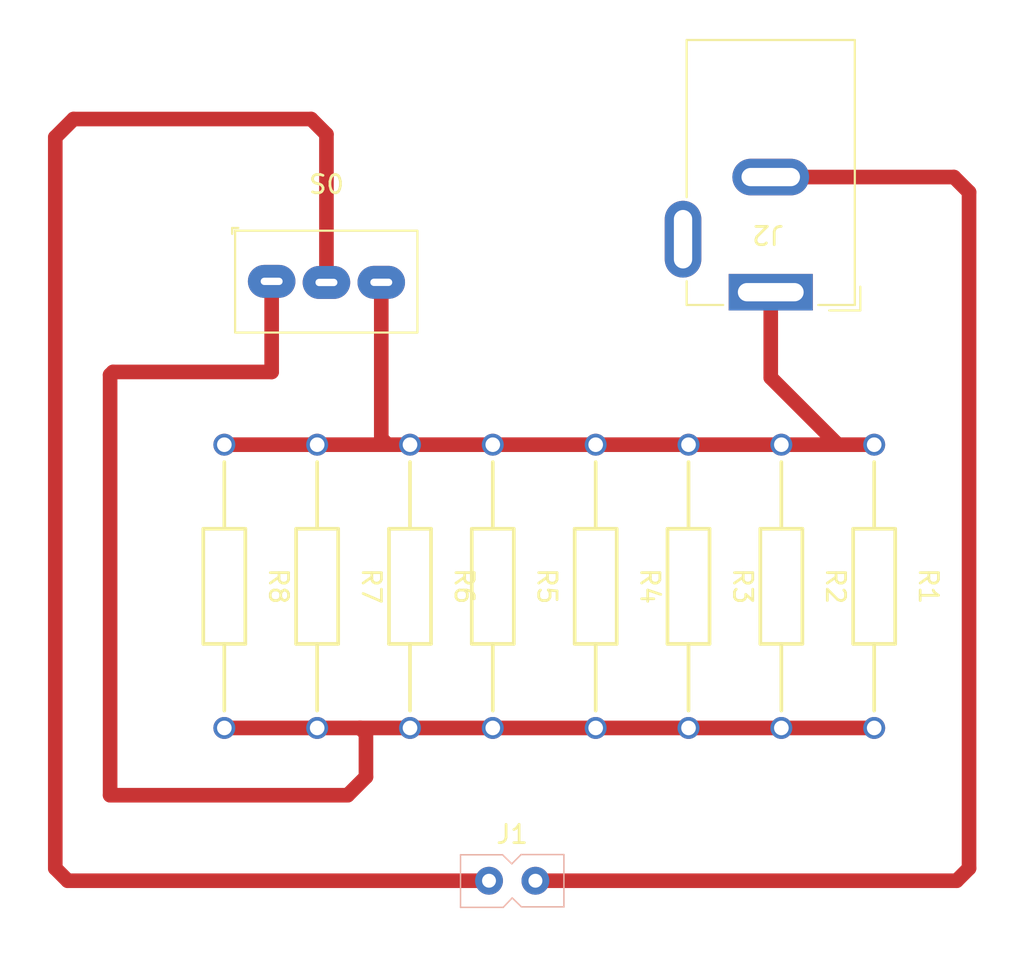
<source format=kicad_pcb>
(kicad_pcb (version 20211014) (generator pcbnew)
  (layers (0 "F.Cu" signal) (31 "B.Cu" signal) (34 "B.Paste" user) (35 "F.Paste" user) (36 "B.SilkS" user "B.Silkscreen") (37 "F.SilkS" user "F.Silkscreen") (38 "B.Mask" user) (39 "F.Mask" user) (44 "Edge.Cuts" user))
  (net 0 "")
  (net 1 "Net-(J1-Pad1)")
  (net 2 "Net-(J1-Pad2)")
  (net 3 "Net-(J2-Pad1)")
  (net 5 "Net-(R1-Pad2)")
  (footprint "Library:100_ohm_resistor" (layer "F.Cu") (at 171.861956 102.353478 -90)
    (fp_text reference "R2" (at 0 -3 -90 unlocked) (layer "F.SilkS"))
    (fp_text value "100_ohm_resistor")
    (fp_line (start -6.79 -0.03) (end -3.14 -0.03) (layer "F.SilkS") (width 0.2))
    (fp_line (start -3.14 -1.18) (end 3.16 -1.18) (layer "F.SilkS") (width 0.2))
    (fp_line (start 3.16 1.12) (end -3.14 1.12) (layer "F.SilkS") (width 0.2))
    (fp_line (start 3.16 -0.03) (end 6.81 -0.03) (layer "F.SilkS") (width 0.2))
    (fp_line (start -3.14 1.12) (end -3.14 -1.18) (layer "F.SilkS") (width 0.2))
    (fp_line (start 3.16 -1.18) (end 3.16 1.12) (layer "F.SilkS") (width 0.2))
    (pad "1" thru_hole circle (at -7.74 -0.03 270) (size 1.2 1.2) (drill 0.8) (layers *.Cu *.Mask) (net 3 "Net-(J2-Pad1)"))
    (pad "2" thru_hole circle (at 7.76 -0.03 270) (size 1.2 1.2) (drill 0.8) (layers *.Cu *.Mask) (net 5 "Net-(R1-Pad2)"))
  )
  (footprint "Library:100_ohm_resistor" (layer "F.Cu") (at 146.461956 102.353478 -90)
    (fp_text reference "R7" (at 0 -3 -90 unlocked) (layer "F.SilkS"))
    (fp_text value "100_ohm_resistor")
    (fp_line (start -3.14 -1.18) (end 3.16 -1.18) (layer "F.SilkS") (width 0.2))
    (fp_line (start 3.16 -0.03) (end 6.81 -0.03) (layer "F.SilkS") (width 0.2))
    (fp_line (start -3.14 1.12) (end -3.14 -1.18) (layer "F.SilkS") (width 0.2))
    (fp_line (start 3.16 1.12) (end -3.14 1.12) (layer "F.SilkS") (width 0.2))
    (fp_line (start 3.16 -1.18) (end 3.16 1.12) (layer "F.SilkS") (width 0.2))
    (fp_line (start -6.79 -0.03) (end -3.14 -0.03) (layer "F.SilkS") (width 0.2))
    (pad "1" thru_hole circle (at -7.74 -0.03 270) (size 1.2 1.2) (drill 0.8) (layers *.Cu *.Mask) (net 3 "Net-(J2-Pad1)"))
    (pad "2" thru_hole circle (at 7.76 -0.03 270) (size 1.2 1.2) (drill 0.8) (layers *.Cu *.Mask) (net 5 "Net-(R1-Pad2)"))
  )
  (footprint "Library:100_ohm_resistor" (layer "F.Cu") (at 151.541956 102.353478 -90)
    (fp_text reference "R6" (at 0 -3 -90 unlocked) (layer "F.SilkS"))
    (fp_text value "100_ohm_resistor")
    (fp_line (start -6.79 -0.03) (end -3.14 -0.03) (layer "F.SilkS") (width 0.2))
    (fp_line (start 3.16 -1.18) (end 3.16 1.12) (layer "F.SilkS") (width 0.2))
    (fp_line (start 3.16 1.12) (end -3.14 1.12) (layer "F.SilkS") (width 0.2))
    (fp_line (start 3.16 -0.03) (end 6.81 -0.03) (layer "F.SilkS") (width 0.2))
    (fp_line (start -3.14 -1.18) (end 3.16 -1.18) (layer "F.SilkS") (width 0.2))
    (fp_line (start -3.14 1.12) (end -3.14 -1.18) (layer "F.SilkS") (width 0.2))
    (pad "1" thru_hole circle (at -7.74 -0.03 270) (size 1.2 1.2) (drill 0.8) (layers *.Cu *.Mask) (net 3 "Net-(J2-Pad1)"))
    (pad "2" thru_hole circle (at 7.76 -0.03 270) (size 1.2 1.2) (drill 0.8) (layers *.Cu *.Mask) (net 5 "Net-(R1-Pad2)"))
  )
  (footprint "Library:slide_switch" (layer "F.Cu") (at 147.001956 85.453478)
    (fp_text reference "S0" (at 0 -5.08 unlocked) (layer "F.SilkS"))
    (fp_text value "slide_switch")
    (fp_line (start -5.1625 -2.7) (end -4.825 -2.7) (layer "F.SilkS") (width 0.12))
    (fp_line (start -5.1625 -2.7) (end -5.1625 -2.375) (layer "F.SilkS") (width 0.12))
    (fp_rect (start -5 -2.55) (end 4.975 3.025) (layer "F.SilkS") (width 0.12) (fill none))
    (pad "1" thru_hole oval (at -3 0.2225) (size 2.6 1.8) (drill oval 1.2 0.4) (layers *.Cu *.Mask) (net 5 "Net-(R1-Pad2)") (clearance 0.2))
    (pad "2" thru_hole oval (at -0.0025 0.2825) (size 2.6 1.8) (drill oval 1.2 0.4) (layers *.Cu *.Mask) (net 1 "Net-(J1-Pad1)") (clearance 0.2))
    (pad "3" thru_hole oval (at 2.998044 0.275) (size 2.6 1.8) (drill oval 1.2 0.4) (layers *.Cu *.Mask) (net 3 "Net-(J2-Pad1)") (clearance 0.2))
  )
  (footprint "Library:100_ohm_resistor" (layer "F.Cu") (at 161.701956 102.353478 -90)
    (fp_text reference "R4" (at 0 -3 -90 unlocked) (layer "F.SilkS"))
    (fp_text value "100_ohm_resistor")
    (fp_line (start 3.16 1.12) (end -3.14 1.12) (layer "F.SilkS") (width 0.2))
    (fp_line (start -3.14 1.12) (end -3.14 -1.18) (layer "F.SilkS") (width 0.2))
    (fp_line (start 3.16 -0.03) (end 6.81 -0.03) (layer "F.SilkS") (width 0.2))
    (fp_line (start -6.79 -0.03) (end -3.14 -0.03) (layer "F.SilkS") (width 0.2))
    (fp_line (start 3.16 -1.18) (end 3.16 1.12) (layer "F.SilkS") (width 0.2))
    (fp_line (start -3.14 -1.18) (end 3.16 -1.18) (layer "F.SilkS") (width 0.2))
    (pad "1" thru_hole circle (at -7.74 -0.03 270) (size 1.2 1.2) (drill 0.8) (layers *.Cu *.Mask) (net 3 "Net-(J2-Pad1)"))
    (pad "2" thru_hole circle (at 7.76 -0.03 270) (size 1.2 1.2) (drill 0.8) (layers *.Cu *.Mask) (net 5 "Net-(R1-Pad2)"))
  )
  (footprint "Library:100_ohm_resistor" (layer "F.Cu") (at 141.381956 102.353478 -90)
    (fp_text reference "R8" (at 0 -3 -90 unlocked) (layer "F.SilkS"))
    (fp_text value "100_ohm_resistor")
    (fp_line (start -6.79 -0.03) (end -3.14 -0.03) (layer "F.SilkS") (width 0.2))
    (fp_line (start 3.16 1.12) (end -3.14 1.12) (layer "F.SilkS") (width 0.2))
    (fp_line (start -3.14 -1.18) (end 3.16 -1.18) (layer "F.SilkS") (width 0.2))
    (fp_line (start -3.14 1.12) (end -3.14 -1.18) (layer "F.SilkS") (width 0.2))
    (fp_line (start 3.16 -0.03) (end 6.81 -0.03) (layer "F.SilkS") (width 0.2))
    (fp_line (start 3.16 -1.18) (end 3.16 1.12) (layer "F.SilkS") (width 0.2))
    (pad "1" thru_hole circle (at -7.74 -0.03 270) (size 1.2 1.2) (drill 0.8) (layers *.Cu *.Mask) (net 3 "Net-(J2-Pad1)"))
    (pad "2" thru_hole circle (at 7.76 -0.03 270) (size 1.2 1.2) (drill 0.8) (layers *.Cu *.Mask) (net 5 "Net-(R1-Pad2)"))
  )
  (footprint "Library:100_ohm_resistor" (layer "F.Cu") (at 166.781956 102.353478 -90)
    (fp_text reference "R3" (at 0 -3 -90 unlocked) (layer "F.SilkS"))
    (fp_text value "100_ohm_resistor")
    (fp_line (start 3.16 1.12) (end -3.14 1.12) (layer "F.SilkS") (width 0.2))
    (fp_line (start 3.16 -1.18) (end 3.16 1.12) (layer "F.SilkS") (width 0.2))
    (fp_line (start -3.14 1.12) (end -3.14 -1.18) (layer "F.SilkS") (width 0.2))
    (fp_line (start -3.14 -1.18) (end 3.16 -1.18) (layer "F.SilkS") (width 0.2))
    (fp_line (start -6.79 -0.03) (end -3.14 -0.03) (layer "F.SilkS") (width 0.2))
    (fp_line (start 3.16 -0.03) (end 6.81 -0.03) (layer "F.SilkS") (width 0.2))
    (pad "1" thru_hole circle (at -7.74 -0.03 270) (size 1.2 1.2) (drill 0.8) (layers *.Cu *.Mask) (net 3 "Net-(J2-Pad1)"))
    (pad "2" thru_hole circle (at 7.76 -0.03 270) (size 1.2 1.2) (drill 0.8) (layers *.Cu *.Mask) (net 5 "Net-(R1-Pad2)"))
  )
  (footprint "Library:power_jack_socket" (layer "F.Cu") (at 171.391956 78.748478 180)
    (fp_text reference "J2" (at 0.225 -4.375 180 unlocked) (layer "F.SilkS"))
    (fp_text value "power_jack_socket")
    (fp_line (start 4.68 -2.32) (end 4.68 6.28) (layer "F.SilkS") (width 0.12))
    (fp_line (start -4.52 -8.22) (end -2.52 -8.22) (layer "F.SilkS") (width 0.12))
    (fp_line (start 2.68 -8.22) (end 4.68 -8.22) (layer "F.SilkS") (width 0.12))
    (fp_line (start 4.68 6.28) (end -4.52 6.28) (layer "F.SilkS") (width 0.12))
    (fp_line (start -4.82 -8.52) (end -4.82 -7.22) (layer "F.SilkS") (width 0.12))
    (fp_line (start 4.68 -8.22) (end 4.68 -6.92) (layer "F.SilkS") (width 0.12))
    (fp_line (start -4.52 6.28) (end -4.52 -8.22) (layer "F.SilkS") (width 0.12))
    (fp_line (start -3.12 -8.52) (end -4.82 -8.52) (layer "F.SilkS") (width 0.12))
    (pad "1" thru_hole rect (at 0.08 -7.52 180) (size 4.6 2) (drill oval 3.6 1) (layers *.Cu *.Mask) (net 3 "Net-(J2-Pad1)"))
    (pad "2" thru_hole oval (at 0.08 -1.22 180) (size 4.2 2) (drill oval 3.2 1) (layers *.Cu *.Mask) (net 2 "Net-(J1-Pad2)"))
    (pad "3" thru_hole oval (at 4.88 -4.62 180) (size 2 4.2) (drill oval 1 3.2) (layers *.Cu *.Mask))
  )
  (footprint "Library:100_ohm_resistor" (layer "F.Cu") (at 176.941956 102.353478 -90)
    (fp_text reference "R1" (at 0 -3 -90 unlocked) (layer "F.SilkS"))
    (fp_text value "100_ohm_resistor")
    (fp_line (start -3.14 1.12) (end -3.14 -1.18) (layer "F.SilkS") (width 0.2))
    (fp_line (start -6.79 -0.03) (end -3.14 -0.03) (layer "F.SilkS") (width 0.2))
    (fp_line (start -3.14 -1.18) (end 3.16 -1.18) (layer "F.SilkS") (width 0.2))
    (fp_line (start 3.16 -0.03) (end 6.81 -0.03) (layer "F.SilkS") (width 0.2))
    (fp_line (start 3.16 1.12) (end -3.14 1.12) (layer "F.SilkS") (width 0.2))
    (fp_line (start 3.16 -1.18) (end 3.16 1.12) (layer "F.SilkS") (width 0.2))
    (pad "1" thru_hole circle (at -7.74 -0.03 270) (size 1.2 1.2) (drill 0.8) (layers *.Cu *.Mask) (net 3 "Net-(J2-Pad1)"))
    (pad "2" thru_hole circle (at 7.76 -0.03 270) (size 1.2 1.2) (drill 0.8) (layers *.Cu *.Mask) (net 5 "Net-(R1-Pad2)"))
  )
  (footprint "Library:100_ohm_resistor" (layer "F.Cu") (at 156.071156 102.353478 -90)
    (fp_text reference "R5" (at 0 -3 -90 unlocked) (layer "F.SilkS"))
    (fp_text value "100_ohm_resistor")
    (fp_line (start 3.16 -0.03) (end 6.81 -0.03) (layer "F.SilkS") (width 0.2))
    (fp_line (start 3.16 -1.18) (end 3.16 1.12) (layer "F.SilkS") (width 0.2))
    (fp_line (start -6.79 -0.03) (end -3.14 -0.03) (layer "F.SilkS") (width 0.2))
    (fp_line (start 3.16 1.12) (end -3.14 1.12) (layer "F.SilkS") (width 0.2))
    (fp_line (start -3.14 1.12) (end -3.14 -1.18) (layer "F.SilkS") (width 0.2))
    (fp_line (start -3.14 -1.18) (end 3.16 -1.18) (layer "F.SilkS") (width 0.2))
    (pad "1" thru_hole circle (at -7.74 -0.03 270) (size 1.2 1.2) (drill 0.8) (layers *.Cu *.Mask) (net 3 "Net-(J2-Pad1)"))
    (pad "2" thru_hole circle (at 7.76 -0.03 270) (size 1.2 1.2) (drill 0.8) (layers *.Cu *.Mask) (net 5 "Net-(R1-Pad2)"))
  )
  (footprint "Library:pin_header" (layer "F.Cu") (at 157.161956 118.473478)
    (fp_text reference "J1" (at 0 -2.54 unlocked) (layer "F.SilkS"))
    (fp_text value "pin_header")
    (fp_line (start -0.02 -0.924) (end 0.488 -1.432) (layer "B.SilkS") (width 0.08))
    (fp_line (start 2.832 1.43) (end 0.508 1.43) (layer "B.SilkS") (width 0.08))
    (fp_line (start 0.0032 0.94) (end -0.49 1.4572) (layer "B.SilkS") (width 0.08))
    (fp_line (start 0.0032 0.94) (end 0.508 1.43) (layer "B.SilkS") (width 0.08))
    (fp_line (start -2.8256 -1.42) (end -2.8256 1.4572) (layer "B.SilkS") (width 0.08))
    (fp_line (start 0.488 -1.432) (end 2.832 -1.4318) (layer "B.SilkS") (width 0.08))
    (fp_line (start 2.832 -1.4318) (end 2.832 1.44) (layer "B.SilkS") (width 0.08))
    (fp_line (start -0.528 -1.42) (end -2.8256 -1.42) (layer "B.SilkS") (width 0.08))
    (fp_line (start -2.8256 1.4572) (end -0.49 1.4572) (layer "B.SilkS") (width 0.08))
    (fp_line (start -0.02 -0.924) (end -0.528 -1.42) (layer "B.SilkS") (width 0.08))
    (pad "1" thru_hole circle (at -1.267 0) (size 1.524 1.524) (drill 0.762) (layers *.Cu *.Mask) (net 1 "Net-(J1-Pad1)") (clearance 0.5))
    (pad "2" thru_hole circle (at 1.273 0) (size 1.524 1.524) (drill 0.762) (layers *.Cu *.Mask) (net 2 "Net-(J1-Pad2)") (clearance 0.5))
  )
  (segment (start 146.999456 85.735978) (end 146.999456 77.630978) (width 0.8) (layer "F.Cu") (net 1))
  (segment (start 133.161956 76.793478) (end 132.161956 77.793478) (width 0.8) (layer "F.Cu") (net 1))
  (segment (start 132.841956 118.473478) (end 155.894956 118.473478) (width 0.8) (layer "F.Cu") (net 1))
  (segment (start 146.161956 76.793478) (end 133.161956 76.793478) (width 0.8) (layer "F.Cu") (net 1))
  (segment (start 146.999456 77.630978) (end 146.161956 76.793478) (width 0.8) (layer "F.Cu") (net 1))
  (segment (start 132.161956 77.793478) (end 132.161956 117.793478) (width 0.8) (layer "F.Cu") (net 1))
  (segment (start 132.161956 117.793478) (end 132.841956 118.473478) (width 0.8) (layer "F.Cu") (net 1))
  (segment (start 182.161956 80.793478) (end 182.161956 117.793478) (width 0.8) (layer "F.Cu") (net 2))
  (segment (start 171.311956 79.968478) (end 181.336956 79.968478) (width 0.8) (layer "F.Cu") (net 2))
  (segment (start 181.336956 79.968478) (end 182.161956 80.793478) (width 0.8) (layer "F.Cu") (net 2))
  (segment (start 181.481956 118.473478) (end 158.434956 118.473478) (width 0.8) (layer "F.Cu") (net 2))
  (segment (start 182.161956 117.793478) (end 181.481956 118.473478) (width 0.8) (layer "F.Cu") (net 2))
  (segment (start 150.341956 94.613478) (end 141.411956 94.613478) (width 0.8) (layer "F.Cu") (net 3))
  (segment (start 150 85.728478) (end 150 94.271522) (width 0.8) (layer "F.Cu") (net 3))
  (segment (start 176.971956 94.613478) (end 174.981956 94.613478) (width 0.8) (layer "F.Cu") (net 3))
  (segment (start 150 94.271522) (end 150.341956 94.613478) (width 0.8) (layer "F.Cu") (net 3))
  (segment (start 171.311956 86.268478) (end 171.311956 90.943478) (width 0.8) (layer "F.Cu") (net 3))
  (segment (start 174.981956 94.613478) (end 150.341956 94.613478) (width 0.8) (layer "F.Cu") (net 3))
  (segment (start 171.311956 90.943478) (end 174.981956 94.613478) (width 0.8) (layer "F.Cu") (net 3))
  (segment (start 135.321956 90.633478) (end 135.161956 90.793478) (width 0.8) (layer "F.Cu") (net 5))
  (segment (start 148.161956 113.793478) (end 149.161956 112.793478) (width 0.8) (layer "F.Cu") (net 5))
  (segment (start 149.161956 110.433478) (end 148.841956 110.113478) (width 0.8) (layer "F.Cu") (net 5))
  (segment (start 135.161956 113.793478) (end 148.161956 113.793478) (width 0.8) (layer "F.Cu") (net 5))
  (segment (start 135.161956 90.793478) (end 135.161956 113.793478) (width 0.8) (layer "F.Cu") (net 5))
  (segment (start 149.161956 112.793478) (end 149.161956 110.433478) (width 0.8) (layer "F.Cu") (net 5))
  (segment (start 144.001956 85.675978) (end 144.001956 90.633478) (width 0.8) (layer "F.Cu") (net 5))
  (segment (start 176.971956 110.113478) (end 148.841956 110.113478) (width 0.8) (layer "F.Cu") (net 5))
  (segment (start 144.001956 90.633478) (end 135.321956 90.633478) (width 0.8) (layer "F.Cu") (net 5))
  (segment (start 148.841956 110.113478) (end 141.411956 110.113478) (width 0.8) (layer "F.Cu") (net 5))
)
</source>
